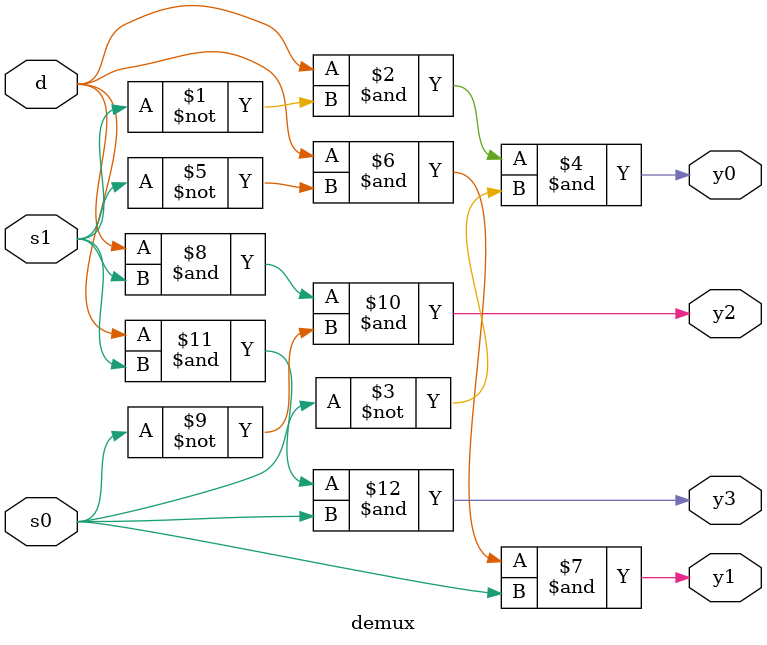
<source format=v>
module demux(s1,s0,d,y0,y1,y2,y3);
  input s1,s0,d;
  output y0,y1,y2,y3;
  assign y0=d&~s1&~s0;
  assign y1=d&~s1&s0;
  assign y2=d&s1&~s0;
  assign y3=d&s1&s0;
endmodule

</source>
